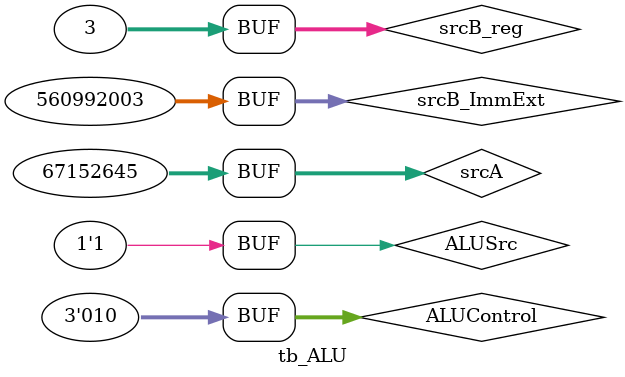
<source format=sv>

module tb_ALU;

    logic [31:0]      srcA, srcB_reg, srcB_ImmExt;
    logic [2:0]       ALUControl;
    logic             ALUSrc;


    tri [31:0]       ALUResult;
    logic            zero_out;

    // Instantiate ALU
    ALU dut (
        srcA, srcB_reg, srcB_ImmExt,
        ALUControl,
        ALUSrc,
        ALUResult,
        zero_out
    );

    // Test vector
    initial begin
        $dumpfile("dut.vcd");
        $dumpvars(0,dut);

        // Initialise all signals
        srcA = '0; srcB_ImmExt = '0; srcB_reg = '0;
        ALUControl = '0; ALUSrc = 1'b0;
        #1;

        srcA = 32'h00000005; srcB_reg = 32'h00000003;
        ALUControl = 3'b000;
        #10;

        srcA = 32'h00000005; srcB_reg = 32'h00000003;
        ALUControl = 3'b101;
        #10;

        srcA = 32'h00000005; srcB_ImmExt = 32'h0000000F;
        ALUControl = 3'b101;
        ALUSrc = 1'b1;
        #10;

        srcA = 32'h0400AB05; srcB_ImmExt = 32'h21700F03;
        ALUControl = 3'b010;
        #10;
    end

endmodule
</source>
